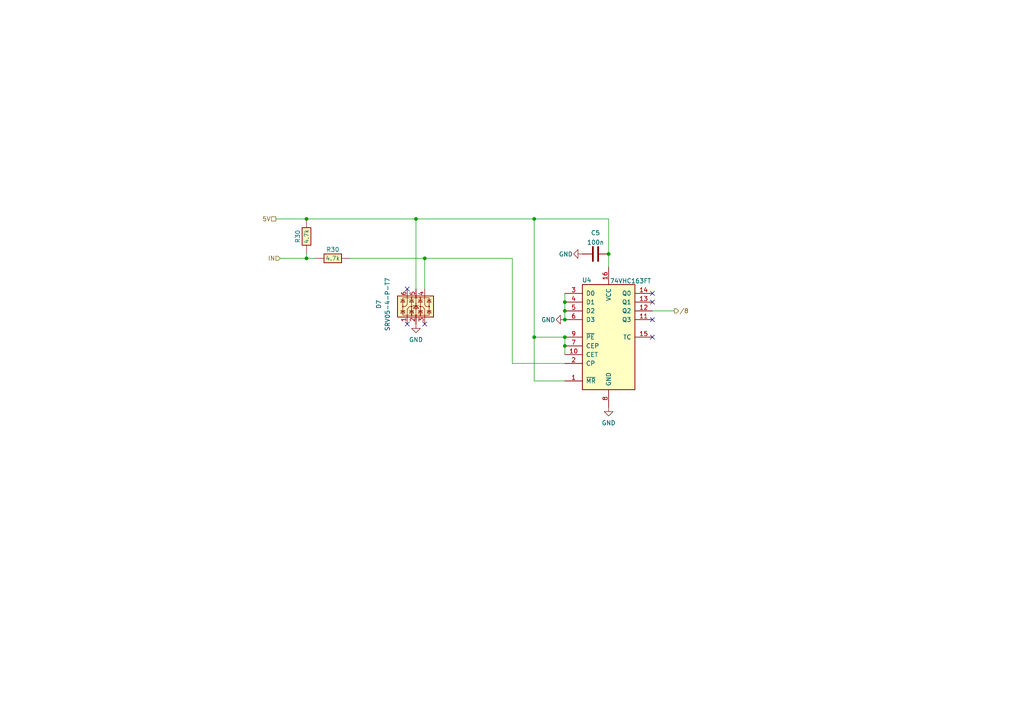
<source format=kicad_sch>
(kicad_sch (version 20230121) (generator eeschema)
  (paper "A4")
  (lib_symbols
    (symbol "74xx:74LS163" (pin_names (offset 1.016))
      (property "Reference" "U" (at -7.62 16.51 0))
      (property "Value" "74LS163" (at -7.62 -16.51 0))
      (symbol "74LS163_1_0"
        (pin input line (at -12.7 -12.7 0) (length 5.08) (name "~{MR}") (number "1"))
        (pin input line (at -12.7 -5.08 0) (length 5.08) (name "CET") (number "10"))
        (pin output line (at 12.7 5.08 180) (length 5.08) (name "Q3") (number "11"))
        (pin output line (at 12.7 7.62 180) (length 5.08) (name "Q2") (number "12"))
        (pin output line (at 12.7 10.16 180) (length 5.08) (name "Q1") (number "13"))
        (pin output line (at 12.7 12.7 180) (length 5.08) (name "Q0") (number "14"))
        (pin output line (at 12.7 0 180) (length 5.08) (name "TC") (number "15"))
        (pin power_in line (at 0 20.32 270) (length 5.08) (name "VCC") (number "16"))
        (pin input line (at -12.7 -7.62 0) (length 5.08) (name "CP") (number "2"))
        (pin input line (at -12.7 12.7 0) (length 5.08) (name "D0") (number "3"))
        (pin input line (at -12.7 10.16 0) (length 5.08) (name "D1") (number "4"))
        (pin input line (at -12.7 7.62 0) (length 5.08) (name "D2") (number "5"))
        (pin input line (at -12.7 5.08 0) (length 5.08) (name "D3") (number "6"))
        (pin input line (at -12.7 -2.54 0) (length 5.08) (name "CEP") (number "7"))
        (pin power_in line (at 0 -20.32 90) (length 5.08) (name "GND") (number "8"))
        (pin input line (at -12.7 0 0) (length 5.08) (name "~{PE}") (number "9"))
      )
      (symbol "74LS163_1_1"
        (rectangle (start -7.62 15.24) (end 7.62 -15.24) (stroke (width 0.254)) (fill (type background)))
      )
    )
    (symbol "Device:C" (pin_numbers hide) (pin_names (offset 0.254))
      (property "Reference" "C" (at 0.635 2.54 0))
      (property "Value" "C" (at 0.635 -2.54 0))
      (symbol "C_0_1"
        (polyline (pts (xy -2.032 -0.762) (xy 2.032 -0.762)) (stroke (width 0.508)))
        (polyline (pts (xy -2.032 0.762) (xy 2.032 0.762)) (stroke (width 0.508)))
      )
      (symbol "C_1_1"
        (pin passive line (at 0 3.81 270) (length 2.794) (name "~") (number "1"))
        (pin passive line (at 0 -3.81 90) (length 2.794) (name "~") (number "2"))
      )
    )
    (symbol "Power_Protection:NUP4202"
      (property "Reference" "U" (at -6.985 -2.54 0))
      (property "Value" "NUP4202" (at 6.35 1.27 90))
      (symbol "NUP4202_0_1"
        (rectangle (start -5.334 3.048) (end 5.08 -3.048) (stroke (width 0.254)) (fill (type background)))
        (circle (center -3.81 0) (radius 0.127))
        (circle (center -3.81 0) (radius 0.127))
        (circle (center -1.27 -2.54) (radius 0.127))
        (circle (center -1.27 -2.54) (radius 0.127))
        (circle (center -1.27 0) (radius 0.127))
        (circle (center -1.27 0) (radius 0.127))
        (circle (center -1.27 2.54) (radius 0.127))
        (circle (center -1.27 2.54) (radius 0.127))
        (circle (center 0 -2.54) (radius 0.127))
        (circle (center 0 -2.54) (radius 0.127))
        (polyline (pts (xy -4.445 -1.27) (xy -3.175 -1.27)))
        (polyline (pts (xy -4.445 -1.27) (xy -3.175 -1.27)))
        (polyline (pts (xy -4.445 1.905) (xy -3.175 1.905)))
        (polyline (pts (xy -3.81 -2.54) (xy -3.81 -0.635)))
        (polyline (pts (xy -3.81 -2.54) (xy 3.81 -2.54)))
        (polyline (pts (xy -3.81 -0.635) (xy -3.81 0.635)))
        (polyline (pts (xy -3.81 0.635) (xy -3.81 2.54)))
        (polyline (pts (xy -3.81 2.54) (xy 3.81 2.54)))
        (polyline (pts (xy -3.81 2.54) (xy 3.81 2.54)))
        (polyline (pts (xy -1.905 -1.27) (xy -0.635 -1.27)))
        (polyline (pts (xy -1.905 -1.27) (xy -0.635 -1.27)))
        (polyline (pts (xy -1.905 1.905) (xy -0.635 1.905)))
        (polyline (pts (xy -1.27 -2.54) (xy -1.27 -0.635)))
        (polyline (pts (xy -1.27 -2.54) (xy -1.27 -0.635)))
        (polyline (pts (xy -1.27 0.635) (xy -1.27 -0.635)))
        (polyline (pts (xy -1.27 0.635) (xy -1.27 2.54)))
        (polyline (pts (xy 0 -0.889) (xy 0 -3.81)))
        (polyline (pts (xy 0 -0.889) (xy 0 1.016)))
        (polyline (pts (xy 0 -0.889) (xy 0 1.016)))
        (polyline (pts (xy 0 1.016) (xy 0 3.81)))
        (polyline (pts (xy 0.635 -1.27) (xy 1.905 -1.27)))
        (polyline (pts (xy 0.635 -1.27) (xy 1.905 -1.27)))
        (polyline (pts (xy 0.635 1.905) (xy 1.905 1.905)))
        (polyline (pts (xy 1.27 -2.54) (xy 1.27 -0.635)))
        (polyline (pts (xy 1.27 -2.54) (xy 1.27 -0.635)))
        (polyline (pts (xy 1.27 0.635) (xy 1.27 -0.635)))
        (polyline (pts (xy 1.27 0.635) (xy 1.27 2.54)))
        (polyline (pts (xy 3.175 -1.27) (xy 4.445 -1.27)))
        (polyline (pts (xy 3.175 -1.27) (xy 4.445 -1.27)))
        (polyline (pts (xy 3.175 1.905) (xy 4.445 1.905)))
        (polyline (pts (xy 3.81 -2.54) (xy 3.81 -0.635)))
        (polyline (pts (xy 3.81 0.635) (xy 3.81 -0.635)))
        (polyline (pts (xy 3.81 0.635) (xy 3.81 2.54)))
        (polyline (pts (xy 0.762 0.254) (xy -0.762 0.254) (xy -0.762 0)))
        (polyline (pts (xy -4.445 -1.905) (xy -3.175 -1.905) (xy -3.81 -1.27) (xy -4.445 -1.905)))
        (polyline (pts (xy -4.445 1.27) (xy -3.175 1.27) (xy -3.81 1.905) (xy -4.445 1.27)))
        (polyline (pts (xy -2.54 -3.81) (xy -2.54 -0.762) (xy -1.905 0) (xy -1.27 0)))
        (polyline (pts (xy -2.54 3.81) (xy -2.54 0.635) (xy -3.048 0) (xy -3.937 0)))
        (polyline (pts (xy -1.905 -1.905) (xy -0.635 -1.905) (xy -1.27 -1.27) (xy -1.905 -1.905)))
        (polyline (pts (xy -1.905 1.27) (xy -0.635 1.27) (xy -1.27 1.905) (xy -1.905 1.27)))
        (polyline (pts (xy -0.762 -0.508) (xy 0.762 -0.508) (xy 0 0.254) (xy -0.762 -0.508)))
        (polyline (pts (xy -0.762 -0.508) (xy 0.762 -0.508) (xy 0 0.254) (xy -0.762 -0.508)))
        (polyline (pts (xy 0.635 -1.905) (xy 1.905 -1.905) (xy 1.27 -1.27) (xy 0.635 -1.905)))
        (polyline (pts (xy 0.635 1.27) (xy 1.905 1.27) (xy 1.27 1.905) (xy 0.635 1.27)))
        (polyline (pts (xy 2.54 -3.81) (xy 2.54 -0.762) (xy 1.905 0) (xy 1.143 0)))
        (polyline (pts (xy 2.54 3.81) (xy 2.54 0.508) (xy 2.921 0) (xy 3.81 0)))
        (polyline (pts (xy 3.175 -1.905) (xy 4.445 -1.905) (xy 3.81 -1.27) (xy 3.175 -1.905)))
        (polyline (pts (xy 3.175 1.27) (xy 4.445 1.27) (xy 3.81 1.905) (xy 3.175 1.27)))
        (circle (center 0 2.54) (radius 0.127))
        (circle (center 0 2.54) (radius 0.127))
        (circle (center 1.27 -2.54) (radius 0.127))
        (circle (center 1.27 -2.54) (radius 0.127))
        (circle (center 1.27 0) (radius 0.127))
        (circle (center 1.27 0) (radius 0.127))
        (circle (center 1.27 2.54) (radius 0.127))
        (circle (center 1.27 2.54) (radius 0.127))
        (circle (center 3.81 0) (radius 0.127))
        (circle (center 3.81 0) (radius 0.127))
      )
      (symbol "NUP4202_1_1"
        (pin passive line (at -2.54 -5.08 90) (length 2.54) (name "~") (number "1"))
        (pin passive line (at 0 -5.08 90) (length 2.54) (name "~") (number "2"))
        (pin passive line (at 2.54 -5.08 90) (length 2.54) (name "~") (number "3"))
        (pin passive line (at 2.54 5.08 270) (length 2.54) (name "~") (number "4"))
        (pin passive line (at 0 5.08 270) (length 2.54) (name "~") (number "5"))
        (pin passive line (at -2.54 5.08 270) (length 2.54) (name "~") (number "6"))
      )
    )
    (symbol "hellen-one-common:Res" (pin_numbers hide)
      (property "Reference" "R" (at 3.81 2.54 0))
      (property "Value" "Res" (at 5.08 -2.54 0))
      (symbol "Res_1_0"
        (rectangle (start 2.54 -1.27) (end 7.62 1.27) (stroke (width 0.254)) (fill (type background)))
        (pin passive line (at 0 0 0) (length 2.54) (name "") (number "1"))
        (pin passive line (at 10.16 0 180) (length 2.54) (name "") (number "2"))
      )
    )
    (symbol "power:GND" (power) (pin_names (offset 0))
      (property "Value" "GND" (at 0 -3.81 0))
      (symbol "GND_0_1"
        (polyline (pts (xy 0 0) (xy 0 -1.27) (xy 1.27 -1.27) (xy 0 -2.54) (xy -1.27 -1.27) (xy 0 -1.27)))
      )
      (symbol "GND_1_1"
        (pin power_in line (at 0 0 270) (length 0) hide (name "GND") (number "1"))
      )
    )
  )
  (junction (at 88.9 74.93))
  (junction (at 154.94 63.5))
  (junction (at 163.83 100.33))
  (junction (at 163.83 97.79))
  (junction (at 163.83 87.63))
  (junction (at 120.65 63.5))
  (junction (at 163.83 90.17))
  (junction (at 176.53 73.66))
  (junction (at 88.9 63.5))
  (junction (at 163.83 92.71))
  (junction (at 154.94 97.79))
  (junction (at 123.19 74.93))
  (no_connect (at 123.19 93.98))
  (no_connect (at 118.11 83.82))
  (no_connect (at 189.23 87.63))
  (no_connect (at 189.23 92.71))
  (no_connect (at 118.11 93.98))
  (no_connect (at 189.23 97.79))
  (no_connect (at 189.23 85.09))
  (wire (pts (xy 120.65 63.5) (xy 120.65 83.82)))
  (wire (pts (xy 176.53 73.66) (xy 176.53 77.47)))
  (wire (pts (xy 81.28 74.93) (xy 88.9 74.93)))
  (wire (pts (xy 163.83 87.63) (xy 163.83 90.17)))
  (wire (pts (xy 88.9 74.93) (xy 91.44 74.93)))
  (wire (pts (xy 163.83 110.49) (xy 154.94 110.49)))
  (wire (pts (xy 163.83 85.09) (xy 163.83 87.63)))
  (wire (pts (xy 80.01 63.5) (xy 88.9 63.5)))
  (wire (pts (xy 154.94 97.79) (xy 154.94 63.5)))
  (wire (pts (xy 101.6 74.93) (xy 123.19 74.93)))
  (wire (pts (xy 154.94 110.49) (xy 154.94 97.79)))
  (wire (pts (xy 154.94 63.5) (xy 120.65 63.5)))
  (wire (pts (xy 148.59 105.41) (xy 148.59 74.93)))
  (wire (pts (xy 163.83 97.79) (xy 154.94 97.79)))
  (wire (pts (xy 123.19 74.93) (xy 148.59 74.93)))
  (wire (pts (xy 163.83 97.79) (xy 163.83 100.33)))
  (wire (pts (xy 176.53 63.5) (xy 154.94 63.5)))
  (wire (pts (xy 176.53 63.5) (xy 176.53 73.66)))
  (wire (pts (xy 123.19 74.93) (xy 123.19 83.82)))
  (wire (pts (xy 88.9 63.5) (xy 120.65 63.5)))
  (wire (pts (xy 163.83 105.41) (xy 148.59 105.41)))
  (wire (pts (xy 88.9 73.66) (xy 88.9 74.93)))
  (wire (pts (xy 163.83 90.17) (xy 163.83 92.71)))
  (wire (pts (xy 163.83 100.33) (xy 163.83 102.87)))
  (wire (pts (xy 195.58 90.17) (xy 189.23 90.17)))
  (hierarchical_label "IN" (shape input) (at 81.28 74.93 180))
  (hierarchical_label "{slash}8" (shape output) (at 195.58 90.17 0))
  (hierarchical_label "5V" (shape passive) (at 80.01 63.5 180))
  (symbol (lib_id "power:GND") (at 163.83 92.71 270) (unit 1)
    (property "Reference" "#PWR0158" (effects hide))
    (property "Value" "GND" (at 156.9776 92.7643 90) (effects (justify left)))
    (instances (project "frequency-divider" (path "" (reference "#PWR0158") (unit 1))) (project "hellen-112-17" (path "" (reference "#PWR0171") (unit 1))))
  )
  (symbol (lib_id "power:GND") (at 120.65 93.98 0) (unit 1)
    (property "Reference" "#PWR0162" (effects hide))
    (property "Value" "GND" (at 120.65 98.5426 0))
    (instances (project "frequency-divider" (path "" (reference "#PWR0162") (unit 1))) (project "hellen-112-17" (path "" (reference "#PWR0172") (unit 1))))
  )
  (symbol (lib_id "Device:C") (at 172.72 73.66 90) (unit 1)
    (property "Reference" "C5" (at 172.72 67.5344 90))
    (property "Value" "100n" (at 172.72 70.3095 90))
    (property "Footprint" "hellen-one-common:C0603" (effects hide))
    (property "LCSC" "C14663" (effects hide))
    (instances (project "frequency-divider" (path "" (reference "C5") (unit 1))) (project "hellen-112-17" (path "" (reference "C14") (unit 1))))
  )
  (symbol (lib_id "hellen-one-common:Res") (at 88.9 73.66 90) (unit 1)
    (property "Reference" "R30" (at 86.36 68.58 0))
    (property "Value" "4.7k" (at 88.9 68.58 0))
    (property "Footprint" "hellen-one-common:R0603" (effects hide))
    (property "LCSC" "C23162" (effects hide))
    (instances (project "alphax_8ch" (path "" (reference "R30") (unit 1)) (path "" (reference "R66") (unit 1))) (project "hellen-112-17" (path "" (reference "R34") (unit 1)) (path "" (reference "R19") (unit 1))))
  )
  (symbol (lib_id "Power_Protection:NUP4202") (at 120.65 88.9 0) (unit 1)
    (property "Reference" "D7" (at 109.855 88.265 90))
    (property "Value" "SRV05-4-P-T7" (at 112.395 88.265 90))
    (property "Footprint" "Package_TO_SOT_SMD:SOT-23-6" (effects hide))
    (property "LCSC" "C85364" (effects hide))
    (instances (project "GDI-4ch" (path "" (reference "D7") (unit 1))) (project "hellen-112-17" (path "" (reference "D10") (unit 1)) (path "" (reference "D12") (unit 1))))
  )
  (symbol (lib_id "power:GND") (at 168.91 73.66 270) (unit 1)
    (property "Reference" "#PWR0156" (effects hide))
    (property "Value" "GND" (at 162.0576 73.7143 90) (effects (justify left)))
    (instances (project "frequency-divider" (path "" (reference "#PWR0156") (unit 1))) (project "hellen-112-17" (path "" (reference "#PWR0170") (unit 1))))
  )
  (symbol (lib_id "power:GND") (at 176.53 118.11 0) (unit 1)
    (property "Reference" "#PWR0151" (effects hide))
    (property "Value" "GND" (at 176.53 122.6726 0))
    (instances (project "frequency-divider" (path "" (reference "#PWR0151") (unit 1))) (project "hellen-112-17" (path "" (reference "#PWR0169") (unit 1))))
  )
  (symbol (lib_id "74xx:74LS163") (at 176.53 97.79 0) (unit 1)
    (property "Reference" "U4" (at 170.18 81.2504 0))
    (property "Value" "74VHC163FT" (at 182.88 81.4855 0))
    (property "Footprint" "Package_SO:TSSOP-16_4.4x5mm_P0.65mm" (effects hide))
    (property "LCSC" "C150161" (effects hide))
    (instances (project "frequency-divider" (path "" (reference "U4") (unit 1))) (project "hellen-112-17" (path "" (reference "U7") (unit 1))))
  )
  (symbol (lib_id "hellen-one-common:Res") (at 101.6 74.93 0) (mirror y) (unit 1)
    (property "Reference" "R30" (at 96.52 72.39 0))
    (property "Value" "4.7k" (at 96.52 74.93 0))
    (property "Footprint" "hellen-one-common:R0603" (effects hide))
    (property "LCSC" "C23162" (effects hide))
    (instances (project "alphax_8ch" (path "" (reference "R30") (unit 1)) (path "" (reference "R66") (unit 1))) (project "hellen-112-17" (path "" (reference "R34") (unit 1)) (path "" (reference "R20") (unit 1))))
  )
)
</source>
